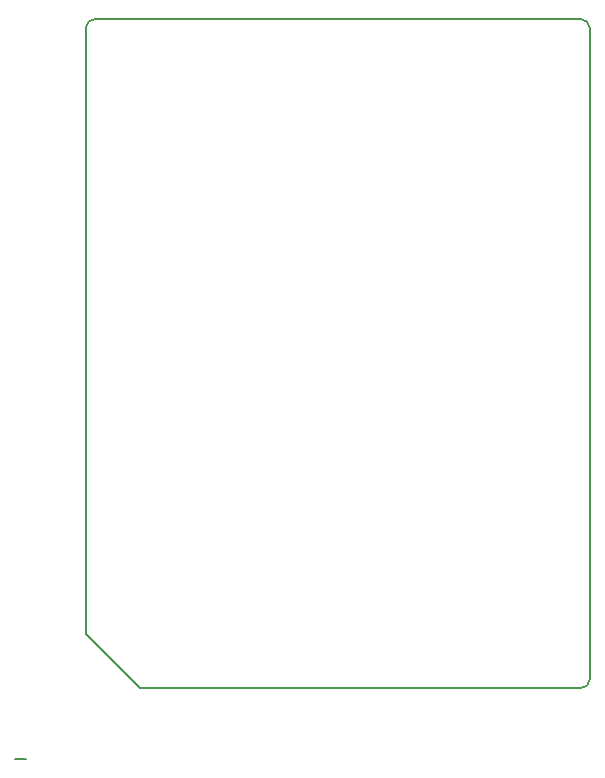
<source format=gbr>
G04 #@! TF.FileFunction,Profile,NP*
%FSLAX46Y46*%
G04 Gerber Fmt 4.6, Leading zero omitted, Abs format (unit mm)*
G04 Created by KiCad (PCBNEW 4.0.7) date Tuesday, April 30, 2019 'PMt' 01:18:36 PM*
%MOMM*%
%LPD*%
G01*
G04 APERTURE LIST*
%ADD10C,0.100000*%
%ADD11C,0.150000*%
G04 APERTURE END LIST*
D10*
D11*
X161290000Y-113792000D02*
G75*
G03X162052000Y-113030000I0J762000D01*
G01*
X120142000Y-57150000D02*
G75*
G03X119380000Y-57912000I0J-762000D01*
G01*
X162052000Y-57912000D02*
G75*
G03X161290000Y-57150000I-762000J0D01*
G01*
X119380000Y-109220000D02*
X123952000Y-113792000D01*
X114300000Y-119761000D02*
X113411000Y-119761000D01*
X119380000Y-57912000D02*
X119380000Y-109220000D01*
X161290000Y-57150000D02*
X120142000Y-57150000D01*
X162052000Y-113030000D02*
X162052000Y-57912000D01*
X123952000Y-113792000D02*
X161290000Y-113792000D01*
M02*

</source>
